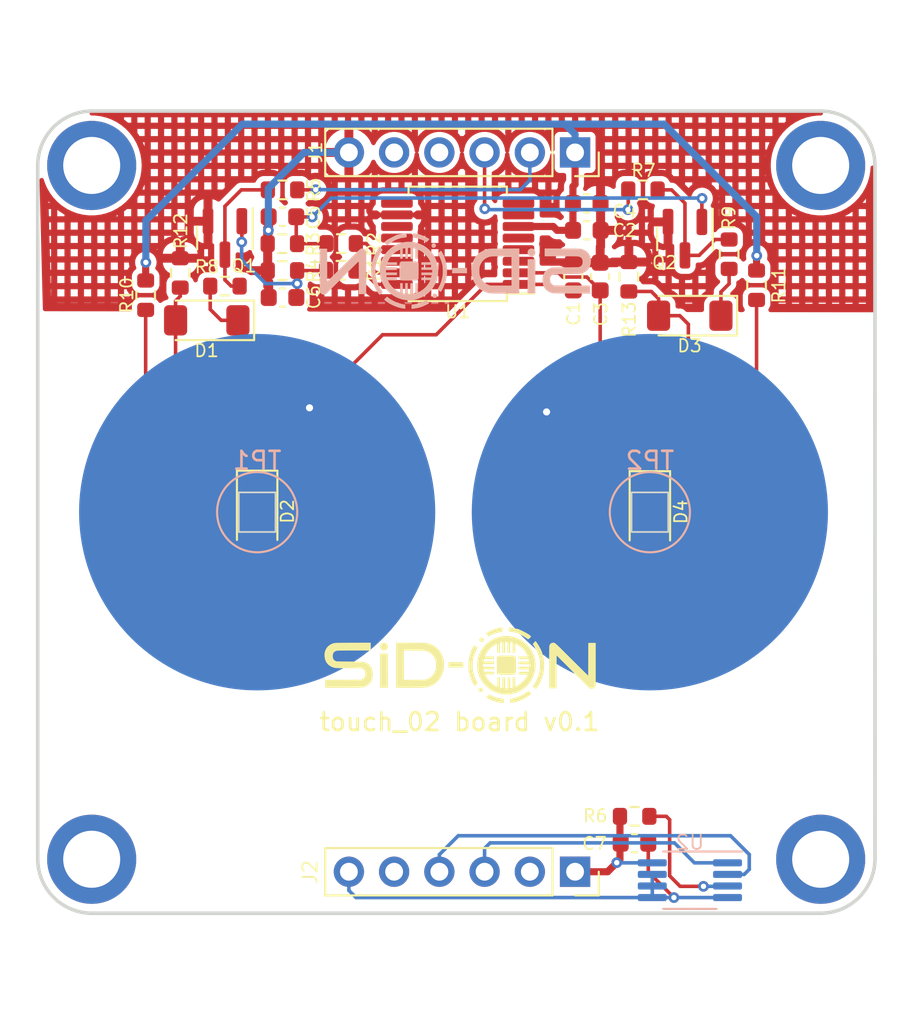
<source format=kicad_pcb>
(kicad_pcb (version 20221018) (generator pcbnew)
  (layers (0 "F.Cu" signal) (31 "B.Cu" signal) (34 "B.Paste" user) (35 "F.Paste" user) (36 "B.SilkS" user "B.Silkscreen") (37 "F.SilkS" user "F.Silkscreen") (38 "B.Mask" user) (39 "F.Mask" user) (44 "Edge.Cuts" user))
  (net 0 "")
  (net 1 "GND")
  (net 2 "Net-(Q2-B)")
  (net 3 "Net-(D3-K)")
  (net 4 "Net-(D3-A)")
  (net 5 "Net-(D4-A)")
  (net 6 "+3V3")
  (net 7 "1-WIRE")
  (net 8 "SDA")
  (net 9 "SCL")
  (net 10 "GPIO8")
  (net 11 "TOUCH_1")
  (net 12 "TOUCH_2")
  (net 13 "TOUCH_3")
  (net 14 "TOUCH_4")
  (net 15 "Net-(Q2-C)")
  (net 16 "Net-(U1-TP0)")
  (net 17 "Net-(U1-TP1)")
  (net 18 "Net-(Q1-B)")
  (net 19 "Net-(D1-K)")
  (net 20 "Net-(D1-A)")
  (net 21 "Net-(D2-A)")
  (net 22 "Net-(Q1-C)")
  (net 23 "Net-(U1-TPQ0)")
  (net 24 "Net-(U1-TPQ1)")
  (net 25 "Net-(U2-Alert)")
  (footprint "Resistor_SMD:R_0603_1608Metric" (layer "F.Cu") (at 154.985 51.2 180)
    (fp_text reference "R3" (at -1.735 -0.03 270) (layer "F.SilkS") (effects (font (size 0.7 0.7) (thickness 0.1))))
    (fp_text value "10k")
    (pad "1" smd roundrect (at -0.825 0 180) (size 0.8 0.95) (layers "F.Cu" "F.Paste" "F.Mask") (net 2 "Net-(Q2-B)"))
    (pad "2" smd roundrect (at 0.825 0 180) (size 0.8 0.95) (layers "F.Cu" "F.Paste" "F.Mask") (net 1 "GND"))
  )
  (footprint "Package_TO_SOT_SMD:SOT-23" (layer "F.Cu") (at 177.59 50.9175 -90)
    (fp_text reference "Q2" (at 1.3425 1.14 -180) (layer "F.SilkS") (effects (font (size 0.7 0.7) (thickness 0.1))))
    (fp_text value "BC817")
    (pad "1" smd roundrect (at -0.9375 -0.95 270) (size 1.475 0.6) (layers "F.Cu" "F.Paste" "F.Mask") (net 2 "Net-(Q2-B)"))
    (pad "2" smd roundrect (at -0.9375 0.95 270) (size 1.475 0.6) (layers "F.Cu" "F.Paste" "F.Mask") (net 1 "GND"))
    (pad "3" smd roundrect (at 0.9375 0 270) (size 1.475 0.6) (layers "F.Cu" "F.Paste" "F.Mask") (net 15 "Net-(Q2-C)"))
  )
  (footprint "Resistor_SMD:R_0603_1608Metric" (layer "F.Cu") (at 174.765 83.33)
    (fp_text reference "R6" (at -2.21 -0.03) (layer "F.SilkS") (effects (font (size 0.7 0.7) (thickness 0.1))))
    (fp_text value "10k")
    (pad "1" smd roundrect (at -0.825 0) (size 0.8 0.95) (layers "F.Cu" "F.Paste" "F.Mask") (net 6 "+3V3"))
    (pad "2" smd roundrect (at 0.825 0) (size 0.8 0.95) (layers "F.Cu" "F.Paste" "F.Mask") (net 25 "Net-(U2-Alert)"))
  )
  (footprint "Resistor_SMD:R_0603_1608Metric" (layer "F.Cu") (at 147.31 54.09 90)
    (fp_text reference "R10" (at 0 -1.06 90) (layer "F.SilkS") (effects (font (size 0.7 0.7) (thickness 0.1))))
    (fp_text value "1k")
    (pad "1" smd roundrect (at -0.825 0 90) (size 0.8 0.95) (layers "F.Cu" "F.Paste" "F.Mask") (net 21 "Net-(D2-A)"))
    (pad "2" smd roundrect (at 0.825 0 90) (size 0.8 0.95) (layers "F.Cu" "F.Paste" "F.Mask") (net 6 "+3V3"))
  )
  (footprint "Resistor_SMD:R_0603_1608Metric" (layer "F.Cu") (at 154.99 52.71 180)
    (fp_text reference "R4" (at -1.74 0 90) (layer "F.SilkS") (effects (font (size 0.7 0.7) (thickness 0.1))))
    (fp_text value "10k")
    (pad "1" smd roundrect (at -0.825 0 180) (size 0.8 0.95) (layers "F.Cu" "F.Paste" "F.Mask") (net 18 "Net-(Q1-B)"))
    (pad "2" smd roundrect (at 0.825 0 180) (size 0.8 0.95) (layers "F.Cu" "F.Paste" "F.Mask") (net 1 "GND"))
  )
  (footprint "LED_SMD:LED_1206_3216Metric" (layer "F.Cu") (at 153.57 66.22 -90)
    (fp_text reference "D2" (at 0 -1.7 90) (layer "F.SilkS") (effects (font (size 0.7 0.7) (thickness 0.1))))
    (fp_text value "LED")
    (pad "1" smd roundrect (at -1.4 0 270) (size 1.25 1.75) (layers "F.Cu" "F.Paste" "F.Mask") (roundrect_rratio 0.2) (net 20 "Net-(D1-A)"))
    (pad "2" smd roundrect (at 1.4 0 270) (size 1.25 1.75) (layers "F.Cu" "F.Paste" "F.Mask") (roundrect_rratio 0.2) (net 21 "Net-(D2-A)"))
  )
  (footprint "Capacitor_SMD:C_0603_1608Metric" (layer "F.Cu") (at 172.075 48.94)
    (fp_text reference "C4" (at 2.125 0.45) (layer "F.SilkS") (effects (font (size 0.7 0.7) (thickness 0.1))))
    (fp_text value "10uF")
    (pad "1" smd roundrect (at -0.775 0) (size 0.9 0.95) (layers "F.Cu" "F.Paste" "F.Mask") (net 6 "+3V3"))
    (pad "2" smd roundrect (at 0.775 0) (size 0.9 0.95) (layers "F.Cu" "F.Paste" "F.Mask") (net 1 "GND"))
  )
  (footprint "Resistor_SMD:R_0603_1608Metric" (layer "F.Cu") (at 158.285 51.19)
    (fp_text reference "R2" (at 1.845 0.04 -90) (layer "F.SilkS") (effects (font (size 0.7 0.7) (thickness 0.1))))
    (fp_text value "1k")
    (pad "1" smd roundrect (at -0.825 0) (size 0.8 0.95) (layers "F.Cu" "F.Paste" "F.Mask") (net 2 "Net-(Q2-B)"))
    (pad "2" smd roundrect (at 0.825 0) (size 0.8 0.95) (layers "F.Cu" "F.Paste" "F.Mask") (net 24 "Net-(U1-TPQ1)"))
  )
  (footprint "Resistor_SMD:R_0603_1608Metric" (layer "F.Cu") (at 154.995 48.18)
    (fp_text reference "R5" (at 1.755 0.01 90) (layer "F.SilkS") (effects (font (size 0.7 0.7) (thickness 0.1))))
    (fp_text value "1k")
    (pad "1" smd roundrect (at -0.825 0) (size 0.8 0.95) (layers "F.Cu" "F.Paste" "F.Mask") (net 22 "Net-(Q1-C)"))
    (pad "2" smd roundrect (at 0.825 0) (size 0.8 0.95) (layers "F.Cu" "F.Paste" "F.Mask") (net 11 "TOUCH_1"))
  )
  (footprint "Capacitor_SMD:C_0603_1608Metric" (layer "F.Cu") (at 174.755 84.84)
    (fp_text reference "C7" (at -2.245 0.02) (layer "F.SilkS") (effects (font (size 0.7 0.7) (thickness 0.1))))
    (fp_text value "100nF")
    (pad "1" smd roundrect (at -0.775 0) (size 0.9 0.95) (layers "F.Cu" "F.Paste" "F.Mask") (net 6 "+3V3"))
    (pad "2" smd roundrect (at 0.775 0) (size 0.9 0.95) (layers "F.Cu" "F.Paste" "F.Mask") (net 1 "GND"))
  )
  (footprint "MountingHole:MountingHole_3.2mm_M3_ISO7380_Pad" (layer "F.Cu") (at 144.28 85.74 180)
    (fp_text reference "H3" (at 0.01 -0.14) (layer "F.SilkS"))
    (fp_text value "MountingHole")
    (pad "1" thru_hole circle (at 0 0 180) (size 5 5) (drill 3.2) (layers "*.Cu" "*.Mask"))
  )
  (footprint "Connector_PinSocket_2.54mm:PinSocket_1x06_P2.54mm_Vertical" (layer "F.Cu") (at 171.42 86.44 -90)
    (fp_text reference "J2" (at 0.02 14.88 -90) (layer "F.SilkS") (effects (font (size 0.8 0.8) (thickness 0.1))))
    (fp_text value "Screw_Terminal_01x06")
    (pad "1" thru_hole rect (at 0 0 270) (size 1.7 1.7) (drill 1) (layers "*.Cu" "*.Mask") (net 6 "+3V3"))
    (pad "2" thru_hole oval (at 0 2.54 270) (size 1.7 1.7) (drill 1) (layers "*.Cu" "*.Mask") (net 7 "1-WIRE"))
    (pad "3" thru_hole oval (at 0 5.08 270) (size 1.7 1.7) (drill 1) (layers "*.Cu" "*.Mask") (net 8 "SDA"))
    (pad "4" thru_hole oval (at 0 7.62 270) (size 1.7 1.7) (drill 1) (layers "*.Cu" "*.Mask") (net 9 "SCL"))
    (pad "5" thru_hole oval (at 0 10.16 270) (size 1.7 1.7) (drill 1) (layers "*.Cu" "*.Mask") (net 10 "GPIO8"))
    (pad "6" thru_hole oval (at 0 12.7 270) (size 1.7 1.7) (drill 1) (layers "*.Cu" "*.Mask") (net 1 "GND"))
  )
  (footprint "Capacitor_SMD:C_0603_1608Metric" (layer "F.Cu") (at 172.83 53.045 90)
    (fp_text reference "C3" (at -2.105 0.03 90) (layer "F.SilkS") (effects (font (size 0.7 0.7) (thickness 0.1))))
    (fp_text value "30pF")
    (pad "1" smd roundrect (at -0.775 0 90) (size 0.9 0.95) (layers "F.Cu" "F.Paste" "F.Mask") (net 17 "Net-(U1-TP1)"))
    (pad "2" smd roundrect (at 0.775 0 90) (size 0.9 0.95) (layers "F.Cu" "F.Paste" "F.Mask") (net 1 "GND"))
  )
  (footprint "Resistor_SMD:R_0603_1608Metric" (layer "F.Cu") (at 175.23 48.18 180)
    (fp_text reference "R7" (at -0.03 1.09) (layer "F.SilkS") (effects (font (size 0.7 0.7) (thickness 0.1))))
    (fp_text value "1k")
    (pad "1" smd roundrect (at -0.825 0 180) (size 0.8 0.95) (layers "F.Cu" "F.Paste" "F.Mask") (net 15 "Net-(Q2-C)"))
    (pad "2" smd roundrect (at 0.825 0 180) (size 0.8 0.95) (layers "F.Cu" "F.Paste" "F.Mask") (net 12 "TOUCH_2"))
  )
  (footprint "Resistor_SMD:R_0603_1608Metric" (layer "F.Cu") (at 151.76 53.58)
    (fp_text reference "R8" (at -1.01 -1.08) (layer "F.SilkS") (effects (font (size 0.7 0.7) (thickness 0.1))))
    (fp_text value "1k")
    (pad "1" smd roundrect (at -0.825 0) (size 0.8 0.95) (layers "F.Cu" "F.Paste" "F.Mask") (net 19 "Net-(D1-K)"))
    (pad "2" smd roundrect (at 0.825 0) (size 0.8 0.95) (layers "F.Cu" "F.Paste" "F.Mask") (net 22 "Net-(Q1-C)"))
  )
  (footprint "Resistor_SMD:R_0603_1608Metric" (layer "F.Cu") (at 158.265 52.69 180)
    (fp_text reference "R1" (at -1.87 0.05 270) (layer "F.SilkS") (effects (font (size 0.7 0.7) (thickness 0.1))))
    (fp_text value "1k")
    (pad "1" smd roundrect (at -0.825 0 180) (size 0.8 0.95) (layers "F.Cu" "F.Paste" "F.Mask") (net 23 "Net-(U1-TPQ0)"))
    (pad "2" smd roundrect (at 0.825 0 180) (size 0.8 0.95) (layers "F.Cu" "F.Paste" "F.Mask") (net 18 "Net-(Q1-B)"))
  )
  (footprint "Connector_PinSocket_2.54mm:PinSocket_1x06_P2.54mm_Vertical" (layer "F.Cu") (at 171.42 46.08 -90)
    (fp_text reference "J1" (at -0.01 14.56 -90) (layer "F.SilkS") (effects (font (size 0.7 0.7) (thickness 0.1))))
    (fp_text value "Screw_Terminal_01x06")
    (pad "1" thru_hole rect (at 0 0 270) (size 1.7 1.7) (drill 1) (layers "*.Cu" "*.Mask") (net 6 "+3V3"))
    (pad "2" thru_hole oval (at 0 2.54 270) (size 1.7 1.7) (drill 1) (layers "*.Cu" "*.Mask") (net 11 "TOUCH_1"))
    (pad "3" thru_hole oval (at 0 5.08 270) (size 1.7 1.7) (drill 1) (layers "*.Cu" "*.Mask") (net 12 "TOUCH_2"))
    (pad "4" thru_hole oval (at 0 7.62 270) (size 1.7 1.7) (drill 1) (layers "*.Cu" "*.Mask") (net 13 "TOUCH_3"))
    (pad "5" thru_hole oval (at 0 10.16 270) (size 1.7 1.7) (drill 1) (layers "*.Cu" "*.Mask") (net 14 "TOUCH_4"))
    (pad "6" thru_hole oval (at 0 12.7 270) (size 1.7 1.7) (drill 1) (layers "*.Cu" "*.Mask") (net 1 "GND"))
  )
  (footprint "Capacitor_SMD:C_0603_1608Metric" (layer "F.Cu") (at 172.08 50.45)
    (fp_text reference "C2" (at 2.13 0.01) (layer "F.SilkS") (effects (font (size 0.7 0.7) (thickness 0.1))))
    (fp_text value "100nF")
    (pad "1" smd roundrect (at -0.775 0) (size 0.9 0.95) (layers "F.Cu" "F.Paste" "F.Mask") (net 6 "+3V3"))
    (pad "2" smd roundrect (at 0.775 0) (size 0.9 0.95) (layers "F.Cu" "F.Paste" "F.Mask") (net 1 "GND"))
  )
  (footprint "Resistor_SMD:R_0603_1608Metric" (layer "F.Cu") (at 181.61 53.53 90)
    (fp_text reference "R11" (at 0 1.25 90) (layer "F.SilkS") (effects (font (size 0.7 0.7) (thickness 0.1))))
    (fp_text value "1k")
    (pad "1" smd roundrect (at -0.825 0 90) (size 0.8 0.95) (layers "F.Cu" "F.Paste" "F.Mask") (net 5 "Net-(D4-A)"))
    (pad "2" smd roundrect (at 0.825 0 90) (size 0.8 0.95) (layers "F.Cu" "F.Paste" "F.Mask") (net 6 "+3V3"))
  )
  (footprint "Package_TO_SOT_SMD:SOT-23" (layer "F.Cu") (at 151.76 50.8775 -90)
    (fp_text reference "Q1" (at 1.5725 -1.07 -180) (layer "F.SilkS") (effects (font (size 0.7 0.7) (thickness 0.1))))
    (fp_text value "BC817")
    (pad "1" smd roundrect (at -0.9375 -0.95 270) (size 1.475 0.6) (layers "F.Cu" "F.Paste" "F.Mask") (net 18 "Net-(Q1-B)"))
    (pad "2" smd roundrect (at -0.9375 0.95 270) (size 1.475 0.6) (layers "F.Cu" "F.Paste" "F.Mask") (net 1 "GND"))
    (pad "3" smd roundrect (at 0.9375 0 270) (size 1.475 0.6) (layers "F.Cu" "F.Paste" "F.Mask") (net 22 "Net-(Q1-C)"))
  )
  (footprint "MountingHole:MountingHole_3.2mm_M3_ISO7380_Pad" (layer "F.Cu") (at 185.21 46.81 180)
    (fp_text reference "H2" (at 0.05 -0.59) (layer "F.SilkS"))
    (fp_text value "MountingHole")
    (pad "1" thru_hole circle (at 0 0 180) (size 5 5) (drill 3.2) (layers "*.Cu" "*.Mask"))
  )
  (footprint "LED_SMD:LED_1206_3216Metric" (layer "F.Cu") (at 175.62 66.25 -90)
    (fp_text reference "D4" (at 0 -1.74 90) (layer "F.SilkS") (effects (font (size 0.7 0.7) (thickness 0.1))))
    (fp_text value "LED")
    (pad "1" smd roundrect (at -1.4 0 270) (size 1.25 1.75) (layers "F.Cu" "F.Paste" "F.Mask") (roundrect_rratio 0.2) (net 4 "Net-(D3-A)"))
    (pad "2" smd roundrect (at 1.4 0 270) (size 1.25 1.75) (layers "F.Cu" "F.Paste" "F.Mask") (roundrect_rratio 0.2) (net 5 "Net-(D4-A)"))
  )
  (footprint "Capacitor_SMD:C_0603_1608Metric" (layer "F.Cu") (at 154.99 49.69 180)
    (fp_text reference "C5" (at -1.74 -0.04 90) (layer "F.SilkS") (effects (font (size 0.7 0.7) (thickness 0.1))))
    (fp_text value "100nF")
    (pad "1" smd roundrect (at -0.775 0 180) (size 0.9 0.95) (layers "F.Cu" "F.Paste" "F.Mask") (net 2 "Net-(Q2-B)"))
    (pad "2" smd roundrect (at 0.775 0 180) (size 0.9 0.95) (layers "F.Cu" "F.Paste" "F.Mask") (net 1 "GND"))
  )
  (footprint "Resistor_SMD:R_0603_1608Metric" (layer "F.Cu") (at 174.44 53.055 -90)
    (fp_text reference "R13" (at 2.405 -0.02 90) (layer "F.SilkS") (effects (font (size 0.7 0.7) (thickness 0.1))))
    (fp_text value "47k")
    (pad "1" smd roundrect (at -0.825 0 270) (size 0.8 0.95) (layers "F.Cu" "F.Paste" "F.Mask") (net 1 "GND"))
    (pad "2" smd roundrect (at 0.825 0 270) (size 0.8 0.95) (layers "F.Cu" "F.Paste" "F.Mask") (net 4 "Net-(D3-A)"))
  )
  (footprint "Resistor_SMD:R_0603_1608Metric" (layer "F.Cu") (at 180.07 51.79 90)
    (fp_text reference "R9" (at 2.04 -0.01 90) (layer "F.SilkS") (effects (font (size 0.7 0.7) (thickness 0.1))))
    (fp_text value "1k")
    (pad "1" smd roundrect (at -0.825 0 90) (size 0.8 0.95) (layers "F.Cu" "F.Paste" "F.Mask") (net 3 "Net-(D3-K)"))
    (pad "2" smd roundrect (at 0.825 0 90) (size 0.8 0.95) (layers "F.Cu" "F.Paste" "F.Mask") (net 15 "Net-(Q2-C)"))
  )
  (footprint "Capacitor_SMD:C_0603_1608Metric" (layer "F.Cu") (at 171.32 53.045 90)
    (fp_text reference "C1" (at -2.085 0.02 90) (layer "F.SilkS") (effects (font (size 0.7 0.7) (thickness 0.1))))
    (fp_text value "30pF")
    (pad "1" smd roundrect (at -0.775 0 90) (size 0.9 0.95) (layers "F.Cu" "F.Paste" "F.Mask") (net 16 "Net-(U1-TP0)"))
    (pad "2" smd roundrect (at 0.775 0 90) (size 0.9 0.95) (layers "F.Cu" "F.Paste" "F.Mask") (net 1 "GND"))
  )
  (footprint "sid-on:sid-on1" (layer "F.Cu") (at 165.27 75)
    (fp_text reference "G***" hide)
    (fp_text value "LOGO" hide)
  )
  (footprint "MountingHole:MountingHole_3.2mm_M3_ISO7380_Pad" (layer "F.Cu") (at 144.28 46.81 180)
    (fp_text reference "H4" (at 0 -0.03) (layer "F.SilkS") (effects (font (size 0.5 0.5) (thickness 0.125))))
    (fp_text value "MountingHole")
    (pad "1" thru_hole circle (at 0 0 180) (size 5 5) (drill 3.2) (layers "*.Cu" "*.Mask"))
  )
  (footprint "Diode_SMD:D_MiniMELF" (layer "F.Cu") (at 177.86 55.24 180)
    (fp_text reference "D3" (at 0.01 -1.69) (layer "F.SilkS") (effects (font (size 0.7 0.7) (thickness 0.1))))
    (fp_text value "1N4148")
    (pad "1" smd roundrect (at -1.75 0 180) (size 1.3 1.7) (layers "F.Cu" "F.Paste" "F.Mask") (roundrect_rratio 0.1923076923) (net 3 "Net-(D3-K)"))
    (pad "2" smd roundrect (at 1.75 0 180) (size 1.3 1.7) (layers "F.Cu" "F.Paste" "F.Mask") (roundrect_rratio 0.1923076923) (net 4 "Net-(D3-A)"))
  )
  (footprint "Capacitor_SMD:C_0603_1608Metric" (layer "F.Cu") (at 154.995 54.22 180)
    (fp_text reference "C6" (at -1.755 0.02 90) (layer "F.SilkS") (effects (font (size 0.7 0.7) (thickness 0.1))))
    (fp_text value "100nF")
    (pad "1" smd roundrect (at -0.775 0 180) (size 0.9 0.95) (layers "F.Cu" "F.Paste" "F.Mask") (net 18 "Net-(Q1-B)"))
    (pad "2" smd roundrect (at 0.775 0 180) (size 0.9 0.95) (layers "F.Cu" "F.Paste" "F.Mask") (net 1 "GND"))
  )
  (footprint "Resistor_SMD:R_0603_1608Metric" (layer "F.Cu") (at 149.25 52.84 -90)
    (fp_text reference "R12" (at -2.35 -0.03 90) (layer "F.SilkS") (effects (font (size 0.7 0.7) (thickness 0.1))))
    (fp_text value "47k")
    (pad "1" smd roundrect (at -0.825 0 270) (size 0.8 0.95) (layers "F.Cu" "F.Paste" "F.Mask") (net 1 "GND"))
    (pad "2" smd roundrect (at 0.825 0 270) (size 0.8 0.95) (layers "F.Cu" "F.Paste" "F.Mask") (net 20 "Net-(D1-A)"))
  )
  (footprint "Diode_SMD:D_MiniMELF" (layer "F.Cu") (at 150.74 55.5 180)
    (fp_text reference "D1" (at 0.01 -1.7) (layer "F.SilkS") (effects (font (size 0.7 0.7) (thickness 0.1))))
    (fp_text value "1N4148")
    (pad "1" smd roundrect (at -1.75 0 180) (size 1.3 1.7) (layers "F.Cu" "F.Paste" "F.Mask") (roundrect_rratio 0.1923076923) (net 19 "Net-(D1-K)"))
    (pad "2" smd roundrect (at 1.75 0 180) (size 1.3 1.7) (layers "F.Cu" "F.Paste" "F.Mask") (roundrect_rratio 0.1923076923) (net 20 "Net-(D1-A)"))
  )
  (footprint "MountingHole:MountingHole_3.2mm_M3_ISO7380_Pad" (layer "F.Cu") (at 185.21 85.74 180)
    (fp_text reference "H1" (at -0.04 -0.31) (layer "F.SilkS"))
    (fp_text value "MountingHole")
    (pad "1" thru_hole circle (at 0 0 180) (size 5 5) (drill 3.2) (layers "*.Cu" "*.Mask"))
  )
  (footprint "Package_SO:SSOP-16_5.3x6.2mm_P0.65mm" (layer "F.Cu") (at 164.83 51.21 180)
    (fp_text reference "U1" (at 0 -3.81) (layer "F.SilkS") (effects (font (size 0.7 0.7) (thickness 0.1))))
    (fp_text value "~")
    (pad "1" smd roundrect (at -3.4125 -2.275 180) (size 1.775 0.5) (layers "F.Cu" "F.Paste" "F.Mask") (net 16 "Net-(U1-TP0)"))
    (pad "2" smd roundrect (at -3.4125 -1.625 180) (size 1.775 0.5) (layers "F.Cu" "F.Paste" "F.Mask") (net 17 "Net-(U1-TP1)"))
    (pad "3" smd roundrect (at -3.4125 -0.975 180) (size 1.775 0.5) (layers "F.Cu" "F.Paste" "F.Mask"))
    (pad "4" smd roundrect (at -3.4125 -0.325 180) (size 1.775 0.5) (layers "F.Cu" "F.Paste" "F.Mask"))
    (pad "5" smd roundrect (at -3.4125 0.325 180) (size 1.775 0.5) (layers "F.Cu" "F.Paste" "F.Mask"))
    (pad "6" smd roundrect (at -3.4125 0.975 180) (size 1.775 0.5) (layers "F.Cu" "F.Paste" "F.Mask") (net 6 "+3V3"))
    (pad "7" smd roundrect (at -3.4125 1.625 180) (size 1.775 0.5) (layers "F.Cu" "F.Paste" "F.Mask"))
    (pad "8" smd roundrect (at -3.4125 2.275 180) (size 1.775 0.5) (layers "F.Cu" "F.Paste" "F.Mask"))
    (pad "9" smd roundrect (at 3.4125 2.275 180) (size 1.775 0.5) (layers "F.Cu" "F.Paste" "F.Mask"))
    (pad "10" smd roundrect (at 3.4125 1.625 180) (size 1.775 0.5) (layers "F.Cu" "F.Paste" "F.Mask") (net 1 "GND"))
    (pad "11" smd roundrect (at 3.4125 0.975 180) (size 1.775 0.5) (layers "F.Cu" "F.Paste" "F.Mask"))
    (pad "12" smd roundrect (at 3.4125 0.325 180) (size 1.775 0.5) (layers "F.Cu" "F.Paste" "F.Mask"))
    (pad "13" smd roundrect (at 3.4125 -0.325 180) (size 1.775 0.5) (layers "F.Cu" "F.Paste" "F.Mask"))
    (pad "14" smd roundrect (at 3.4125 -0.975 180) (size 1.775 0.5) (layers "F.Cu" "F.Paste" "F.Mask"))
    (pad "15" smd roundrect (at 3.4125 -1.625 180) (size 1.775 0.5) (layers "F.Cu" "F.Paste" "F.Mask") (net 24 "Net-(U1-TPQ1)"))
    (pad "16" smd roundrect (at 3.4125 -2.275 180) (size 1.775 0.5) (layers "F.Cu" "F.Paste" "F.Mask") (net 23 "Net-(U1-TPQ0)"))
  )
  (footprint "TestPoint:TestPoint_Pad_D4.0mm" (layer "B.Cu") (at 175.62 66.265012 180)
    (fp_text reference "TP2" (at 0 2.898) (layer "B.SilkS") (effects (justify mirror)))
    (fp_text value "Touch_2")
    (pad "1" smd circle (at 0 0 180) (size 20 20) (layers "B.Cu" "B.Mask") (net 17 "Net-(U1-TP1)"))
  )
  (footprint "Package_SO:MSOP-8_3x3mm_P0.65mm" (layer "B.Cu") (at 177.8675 86.915 180)
    (fp_text reference "U2" (at 0 2.125) (layer "B.SilkS") (effects (font (size 0.8 0.8) (thickness 0.1)) (justify mirror)))
    (fp_text value "LM75_MSOP")
    (pad "1" smd roundrect (at -2.1125 0.975 180) (size 1.625 0.4) (layers "B.Cu" "B.Paste" "B.Mask") (net 8 "SDA"))
    (pad "2" smd roundrect (at -2.1125 0.325 180) (size 1.625 0.4) (layers "B.Cu" "B.Paste" "B.Mask") (net 9 "SCL"))
    (pad "3" smd roundrect (at -2.1125 -0.325 180) (size 1.625 0.4) (layers "B.Cu" "B.Paste" "B.Mask") (net 25 "Net-(U2-Alert)"))
    (pad "4" smd roundrect (at -2.1125 -0.975 180) (size 1.625 0.4) (layers "B.Cu" "B.Paste" "B.Mask") (net 1 "GND"))
    (pad "5" smd roundrect (at 2.1125 -0.975 180) (size 1.625 0.4) (layers "B.Cu" "B.Paste" "B.Mask") (net 1 "GND"))
    (pad "6" smd roundrect (at 2.1125 -0.325 180) (size 1.625 0.4) (layers "B.Cu" "B.Paste" "B.Mask") (net 1 "GND"))
    (pad "7" smd roundrect (at 2.1125 0.325 180) (size 1.625 0.4) (layers "B.Cu" "B.Paste" "B.Mask") (net 1 "GND"))
    (pad "8" smd roundrect (at 2.1125 0.975 180) (size 1.625 0.4) (layers "B.Cu" "B.Paste" "B.Mask") (net 6 "+3V3"))
  )
  (footprint "TestPoint:TestPoint_Pad_D4.0mm" (layer "B.Cu") (at 153.57 66.265012 180)
    (fp_text reference "TP1" (at 0 2.898) (layer "B.SilkS") (effects (justify mirror)))
    (fp_text value "Touch_1")
    (pad "1" smd circle (at 0 0 180) (size 20 20) (layers "B.Cu" "B.Mask") (net 16 "Net-(U1-TP0)"))
  )
  (footprint "sid-on:sid-on1" (layer "B.Cu") (at 164.39 52.88 180)
    (fp_text reference "G***" hide)
    (fp_text value "LOGO" hide)
  )
  (gr_line (start 188.26 85.713324) (end 188.256676 46.816676) (stroke (width 0.2)) (layer "Edge.Cuts"))
  (gr_line (start 185.203324 88.77) (end 144.3 88.77) (stroke (width 0.2)) (layer "Edge.Cuts"))
  (gr_rect (start 174.59 65.155012) (end 176.65 67.375012) (stroke (width 0.1)) (fill none) (layer "Edge.Cuts"))
  (gr_arc (start 144.3 88.77) (mid 142.146863 87.880209) (end 141.250016 85.730001) (stroke (width 0.2)) (layer "Edge.Cuts"))
  (gr_rect (start 152.54 65.155012) (end 154.6 67.375012) (stroke (width 0.1)) (fill none) (layer "Edge.Cuts"))
  (gr_arc (start 141.250066 46.83) (mid 142.136265 44.660407) (end 144.3 43.76) (stroke (width 0.2)) (layer "Edge.Cuts"))
  (gr_arc (start 185.2 43.760024) (mid 187.361388 44.655295) (end 188.256676 46.816676) (stroke (width 0.2)) (layer "Edge.Cuts"))
  (gr_line (start 185.2 43.760024) (end 144.3 43.76) (stroke (width 0.2)) (layer "Edge.Cuts"))
  (gr_line (start 141.250016 85.730001) (end 141.25 46.83) (stroke (width 0.2)) (layer "Edge.Cuts"))
  (gr_arc (start 188.26 85.713324) (mid 187.364713 87.874713) (end 185.203324 88.77) (stroke (width 0.2)) (layer "Edge.Cuts"))
  (gr_text "touch_02 board v0.1" (at 164.93 78.03) (layer "F.SilkS") (effects (font (size 1 1))))
  (segment (start 175.53 84.84) (end 175.53 86.45) (width 0.2) (layer "F.Cu") (net 1))
  (segment (start 175.53 86.45) (end 176.97 87.89) (width 0.2) (layer "F.Cu") (net 1))
  (via (at 154.2 50.45) (size 0.6) (drill 0.3) (layers "F.Cu" "B.Cu") (net 1))
  (via (at 176.97 87.89) (size 0.6) (drill 0.3) (layers "F.Cu" "B.Cu") (net 1))
  (segment (start 176.97 87.89) (end 175.755 87.89) (width 0.2) (layer "B.Cu") (net 1))
  (segment (start 154.2 50.45) (end 154.2 48.09) (width 0.4) (layer "B.Cu") (net 1))
  (segment (start 156.21 46.08) (end 158.72 46.08) (width 0.4) (layer "B.Cu") (net 1))
  (segment (start 175.755 86.59) (end 175.755 87.89) (width 0.2) (layer "B.Cu") (net 1))
  (segment (start 179.98 87.89) (end 176.97 87.89) (width 0.2) (layer "B.Cu") (net 1))
  (segment (start 154.2 48.09) (end 156.21 46.08) (width 0.4) (layer "B.Cu") (net 1))
  (segment (start 158.72 87.49) (end 158.72 86.44) (width 0.2) (layer "B.Cu") (net 1))
  (segment (start 159.12 87.89) (end 158.72 87.49) (width 0.2) (layer "B.Cu") (net 1))
  (segment (start 175.755 87.89) (end 159.12 87.89) (width 0.2) (layer "B.Cu") (net 1))
  (segment (start 155.81 51.2) (end 157.16 51.2) (width 0.2) (layer "F.Cu") (net 2))
  (segment (start 155.765 49.69) (end 155.765 51.155) (width 0.2) (layer "F.Cu") (net 2))
  (segment (start 155.775 49.7) (end 155.765 49.69) (width 0.2) (layer "F.Cu") (net 2))
  (segment (start 178.54 49.98) (end 178.54 48.67) (width 0.2) (layer "F.Cu") (net 2))
  (segment (start 156.66 49.7) (end 155.775 49.7) (width 0.2) (layer "F.Cu") (net 2))
  (segment (start 157.16 51.2) (end 157.17 51.19) (width 0.2) (layer "F.Cu") (net 2))
  (segment (start 155.765 51.155) (end 155.81 51.2) (width 0.2) (layer "F.Cu") (net 2))
  (segment (start 178.54 48.67) (end 178.55 48.66) (width 0.2) (layer "F.Cu") (net 2))
  (via (at 178.55 48.66) (size 0.6) (drill 0.3) (layers "F.Cu" "B.Cu") (net 2))
  (via (at 156.66 49.7) (size 0.6) (drill 0.3) (layers "F.Cu" "B.Cu") (net 2))
  (segment (start 157.72 48.64) (end 156.66 49.7) (width 0.2) (layer "B.Cu") (net 2))
  (segment (start 178.53 48.64) (end 157.72 48.64) (width 0.2) (layer "B.Cu") (net 2))
  (segment (start 178.55 48.66) (end 178.53 48.64) (width 0.2) (layer "B.Cu") (net 2))
  (segment (start 180.07 53.45) (end 179.61 53.91) (width 0.2) (layer "F.Cu") (net 3))
  (segment (start 180.07 52.615) (end 180.07 53.45) (width 0.2) (layer "F.Cu") (net 3))
  (segment (start 179.61 53.91) (end 179.61 55.24) (width 0.2) (layer "F.Cu") (net 3))
  (segment (start 177.12 64.85) (end 177.78 64.19) (width 0.2) (layer "F.Cu") (net 4))
  (segment (start 177.3 55.24) (end 176.11 55.24) (width 0.2) (layer "F.Cu") (net 4))
  (segment (start 174.44 53.88) (end 175.7 53.88) (width 0.2) (layer "F.Cu") (net 4))
  (segment (start 175.62 64.85) (end 177.12 64.85) (width 0.2) (layer "F.Cu") (net 4))
  (segment (start 175.7 53.88) (end 176.11 54.29) (width 0.2) (layer "F.Cu") (net 4))
  (segment (start 177.78 55.72) (end 177.3 55.24) (width 0.2) (layer "F.Cu") (net 4))
  (segment (start 177.78 64.19) (end 177.78 55.72) (width 0.2) (layer "F.Cu") (net 4))
  (segment (start 176.11 54.29) (end 176.11 55.24) (width 0.2) (layer "F.Cu") (net 4))
  (segment (start 175.62 67.65) (end 178.68 67.65) (width 0.2) (layer "F.Cu") (net 5))
  (segment (start 178.68 67.65) (end 181.61 64.72) (width 0.2) (layer "F.Cu") (net 5))
  (segment (start 181.61 64.72) (end 181.61 54.355) (width 0.2) (layer "F.Cu") (net 5))
  (segment (start 173.25 86.44) (end 173.76 85.93) (width 0.4) (layer "F.Cu") (net 6))
  (segment (start 170.195 50.235) (end 170.41 50.45) (width 0.4) (layer "F.Cu") (net 6))
  (segment (start 147.31 52.26) (end 147.32 52.25) (width 0.4) (layer "F.Cu") (net 6))
  (segment (start 168.2425 50.235) (end 170.195 50.235) (width 0.4) (layer "F.Cu") (net 6))
  (segment (start 173.76 85.93) (end 173.94 85.75) (width 0.4) (layer "F.Cu") (net 6))
  (segment (start 171.42 47.87) (end 171.3 47.99) (width 0.4) (layer "F.Cu") (net 6))
  (segment (start 171.3 48.94) (end 171.3 50.445) (width 0.4) (layer "F.Cu") (net 6))
  (segment (start 171.42 46.08) (end 171.42 47.87) (width 0.4) (layer "F.Cu") (net 6))
  (segment (start 170.41 50.45) (end 171.305 50.45) (width 0.4) (layer "F.Cu") (net 6))
  (segment (start 171.42 86.44) (end 173.25 86.44) (width 0.4) (layer "F.Cu") (net 6))
  (segment (start 181.61 52.705) (end 181.61 51.88) (width 0.4) (layer "F.Cu") (net 6))
  (segment (start 181.61 51.88) (end 181.62 51.87) (width 0.4) (layer "F.Cu") (net 6))
  (segment (start 173.94 85.75) (end 173.94 83.33) (width 0.4) (layer "F.Cu") (net 6))
  (segment (start 171.3 47.99) (end 171.3 48.94) (width 0.4) (layer "F.Cu") (net 6))
  (segment (start 171.3 50.445) (end 171.305 50.45) (width 0.4) (layer "F.Cu") (net 6))
  (segment (start 147.31 53.265) (end 147.31 52.26) (width 0.4) (layer "F.Cu") (net 6))
  (via (at 181.62 51.87) (size 0.6) (drill 0.3) (layers "F.Cu" "B.Cu") (net 6))
  (via (at 173.76 85.93) (size 0.6) (drill 0.3) (layers "F.Cu" "B.Cu") (net 6))
  (via (at 147.32 52.25) (size 0.6) (drill 0.3) (layers "F.Cu" "B.Cu") (net 6))
  (segment (start 170.72 44.49) (end 170.85 44.49) (width 0.4) (layer "B.Cu") (net 6))
  (segment (start 181.62 49.69) (end 176.42 44.49) (width 0.4) (layer "B.Cu") (net 6))
  (segment (start 181.62 51.87) (end 181.62 49.69) (width 0.4) (layer "B.Cu") (net 6))
  (segment (start 173.77 85.94) (end 173.76 85.93) (width 0.2) (layer "B.Cu") (net 6))
  (segment (start 170.85 44.49) (end 171.42 45.06) (width 0.4) (layer "B.Cu") (net 6))
  (segment (start 171.42 45.06) (end 171.42 46.08) (width 0.4) (layer "B.Cu") (net 6))
  (segment (start 175.755 85.94) (end 173.77 85.94) (width 0.2) (layer "B.Cu") (net 6))
  (segment (start 176.42 44.49) (end 170.72 44.49) (width 0.4) (layer "B.Cu") (net 6))
  (segment (start 147.32 52.25) (end 147.32 49.91) (width 0.4) (layer "B.Cu") (net 6))
  (segment (start 152.74 44.49) (end 170.72 44.49) (width 0.4) (layer "B.Cu") (net 6))
  (segment (start 147.32 49.91) (end 152.74 44.49) (width 0.4) (layer "B.Cu") (net 6))
  (segment (start 177 84.82) (end 178.12 85.94) (width 0.2) (layer "B.Cu") (net 8))
  (segment (start 166.34 85.13) (end 166.65 84.82) (width 0.2) (layer "B.Cu") (net 8))
  (segment (start 166.34 86.44) (end 166.34 85.13) (width 0.2) (layer "B.Cu") (net 8))
  (segment (start 166.65 84.82) (end 177 84.82) (width 0.2) (layer "B.Cu") (net 8))
  (segment (start 178.12 85.94) (end 179.98 85.94) (width 0.2) (layer "B.Cu") (net 8))
  (segment (start 163.8 85.48) (end 164.86 84.42) (width 0.2) (layer "B.Cu") (net 9))
  (segment (start 181.2 85.47) (end 181.2 86.31) (width 0.2) (layer "B.Cu") (net 9))
  (segment (start 180.15 84.42) (end 181.2 85.47) (width 0.2) (layer "B.Cu") (net 9))
  (segment (start 181.2 86.31) (end 180.92 86.59) (width 0.2) (layer "B.Cu") (net 9))
  (segment (start 164.86 84.42) (end 180.15 84.42) (width 0.2) (layer "B.Cu") (net 9))
  (segment (start 180.92 86.59) (end 179.98 86.59) (width 0.2) (layer "B.Cu") (net 9))
  (segment (start 163.8 86.44) (end 163.8 85.48) (width 0.2) (layer "B.Cu") (net 9))
  (segment (start 155.82 48.18) (end 156.85 48.18) (width 0.2) (layer "F.Cu") (net 11))
  (segment (start 156.85 48.18) (end 156.86 48.17) (width 0.2) (layer "F.Cu") (net 11))
  (via (at 156.86 48.17) (size 0.6) (drill 0.3) (layers "F.Cu" "B.Cu") (net 11))
  (segment (start 168.88 47.64) (end 168.88 46.08) (width 0.2) (layer "B.Cu") (net 11))
  (segment (start 168.35 48.17) (end 168.88 47.64) (width 0.2) (layer "B.Cu") (net 11))
  (segment (start 156.86 48.17) (end 168.35 48.17) (width 0.2) (layer "B.Cu") (net 11))
  (segment (start 166.35 49.24) (end 166.34 49.23) (width 0.2) (layer "F.Cu") (net 12))
  (segment (start 174.405 49.275) (end 174.39 49.29) (width 0.2) (layer "F.Cu") (net 12))
  (segment (start 174.405 48.18) (end 174.405 49.275) (width 0.2) (layer "F.Cu") (net 12))
  (segment (start 166.34 49.23) (end 166.34 46.08) (width 0.2) (layer "F.Cu") (net 12))
  (via (at 166.35 49.24) (size 0.6) (drill 0.3) (layers "F.Cu" "B.Cu") (net 12))
  (via (at 174.39 49.29) (size 0.6) (drill 0.3) (layers "F.Cu" "B.Cu") (net 12))
  (segment (start 166.4 49.29) (end 166.35 49.24) (width 0.2) (layer "B.Cu") (net 12))
  (segment (start 174.39 49.29) (end 166.4 49.29) (width 0.2) (layer "B.Cu") (net 12))
  (segment (start 176.84 48.18) (end 176.055 48.18) (width 0.2) (layer "F.Cu") (net 15))
  (segment (start 177.59 51.855) (end 177.59 48.93) (width 0.2) (layer "F.Cu") (net 15))
  (segment (start 180.07 50.965) (end 179.275 50.965) (width 0.2) (layer "F.Cu") (net 15))
  (segment (start 178.385 51.855) (end 177.59 51.855) (width 0.2) (layer "F.Cu") (net 15))
  (segment (start 179.275 50.965) (end 178.385 51.855) (width 0.2) (layer "F.Cu") (net 15))
  (segment (start 177.59 48.93) (end 176.84 48.18) (width 0.2) (layer "F.Cu") (net 15))
  (segment (start 169.895 53.485) (end 170.18 53.77) (width 0.2) (layer "F.Cu") (net 16))
  (segment (start 171.255 53.755) (end 171.32 53.82) (width 0.2) (layer "F.Cu") (net 16))
  (segment (start 160.61 56.31) (end 156.51 60.41) (width 0.2) (layer "F.Cu") (net 16))
  (segment (start 170.18 53.77) (end 171.27 53.77) (width 0.2) (layer "F.Cu") (net 16))
  (segment (start 171.27 53.77) (end 171.32 53.82) (width 0.2) (layer "F.Cu") (net 16))
  (segment (start 166.445 53.485) (end 163.62 56.31) (width 0.2) (layer "F.Cu") (net 16))
  (segment (start 168.2425 53.485) (end 169.895 53.485) (width 0.2) (layer "F.Cu") (net 16))
  (segment (start 168.2425 53.485) (end 166.445 53.485) (width 0.2) (layer "F.Cu") (net 16))
  (segment (start 163.62 56.31) (end 160.61 56.31) (width 0.2) (layer "F.Cu") (net 16))
  (via (at 156.51 60.41) (size 0.8) (drill 0.4) (layers "F.Cu" "B.Cu") (net 16))
  (segment (start 168.2425 52.835) (end 170.495 52.835) (width 0.2) (layer "F.Cu") (net 17))
  (segment (start 169.83 60.64) (end 172.84 57.63) (width 0.2) (layer "F.Cu") (net 17))
  (segment (start 170.495 52.835) (end 170.73 53.07) (width 0.2) (layer "F.Cu") (net 17))
  (segment (start 172.84 57.63) (end 172.83 57.62) (width 0.2) (layer "F.Cu") (net 17))
  (segment (start 168.2425 52.835) (end 168.2775 52.8) (width 0.2) (layer "F.Cu") (net 17))
  (segment (start 169.82 60.64) (end 169.83 60.64) (width 0.2) (layer "F.Cu") (net 17))
  (segment (start 172.08 53.07) (end 172.83 53.82) (width 0.2) (layer "F.Cu") (net 17))
  (segment (start 172.83 57.62) (end 172.83 53.82) (width 0.2) (layer "F.Cu") (net 17))
  (segment (start 170.73 53.07) (end 172.08 53.07) (width 0.2) (layer "F.Cu") (net 17))
  (via (at 169.82 60.64) (size 0.8) (drill 0.4) (layers "F.Cu" "B.Cu") (net 17))
  (segment (start 155.815 54.175) (end 155.77 54.22) (width 0.2) (layer "F.Cu") (net 18))
  (segment (start 157.155 52.71) (end 157.165 52.7) (width 0.2) (layer "F.Cu") (net 18))
  (segment (start 155.815 53.44) (end 155.815 54.175) (width 0.2) (layer "F.Cu") (net 18))
  (segment (start 155.815 52.71) (end 155.815 53.44) (width 0.2) (layer "F.Cu") (net 18))
  (segment (start 152.71 49.94) (end 152.71 51.1) (width 0.2) (layer "F.Cu") (net 18))
  (segment (start 155.815 52.71) (end 157.155 52.71) (width 0.2) (layer "F.Cu") (net 18))
  (segment (start 152.71 51.1) (end 152.7 51.11) (width 0.2) (layer "F.Cu") (net 18))
  (via (at 152.7 51.11) (size 0.6) (drill 0.3) (layers "F.Cu" "B.Cu") (net 18))
  (via (at 155.815 53.44) (size 0.6) (drill 0.3) (layers "F.Cu" "B.Cu") (net 18))
  (segment (start 154.05 53.44) (end 155.815 53.44) (width 0.2) (layer "B.Cu") (net 18))
  (segment (start 152.7 52.09) (end 154.05 53.44) (width 0.2) (layer "B.Cu") (net 18))
  (segment (start 152.7 51.11) (end 152.7 52.09) (width 0.2) (layer "B.Cu") (net 18))
  (segment (start 150.935 54.885) (end 151.55 55.5) (width 0.2) (layer "F.Cu") (net 19))
  (segment (start 151.55 55.5) (end 152.49 55.5) (width 0.2) (layer "F.Cu") (net 19))
  (segment (start 150.935 53.58) (end 150.935 54.885) (width 0.2) (layer "F.Cu") (net 19))
  (segment (start 148.99 54.41) (end 148.99 55.5) (width 0.2) (layer "F.Cu") (net 20))
  (segment (start 151.52 64.82) (end 148.99 62.29) (width 0.2) (layer "F.Cu") (net 20))
  (segment (start 153.57 64.82) (end 151.52 64.82) (width 0.2) (layer "F.Cu") (net 20))
  (segment (start 149.25 53.665) (end 149.25 54.15) (width 0.2) (layer "F.Cu") (net 20))
  (segment (start 148.99 62.29) (end 148.99 55.5) (width 0.2) (layer "F.Cu") (net 20))
  (segment (start 149.25 54.15) (end 148.99 54.41) (width 0.2) (layer "F.Cu") (net 20))
  (segment (start 150.07 67.62) (end 153.57 67.62) (width 0.2) (layer "F.Cu") (net 21))
  (segment (start 147.31 54.915) (end 147.31 64.86) (width 0.2) (layer "F.Cu") (net 21))
  (segment (start 147.31 64.86) (end 150.07 67.62) (width 0.2) (layer "F.Cu") (net 21))
  (segment (start 152.68 48.18) (end 154.17 48.18) (width 0.2) (layer "F.Cu") (net 22))
  (segment (start 151.76 49.1) (end 152.68 48.18) (width 0.2) (layer "F.Cu") (net 22))
  (segment (start 151.76 53.23) (end 151.76 51.815) (width 0.2) (layer "F.Cu") (net 22))
  (segment (start 151.76 51.815) (end 151.76 49.1) (width 0.2) (layer "F.Cu") (net 22))
  (segment (start 152.11 53.58) (end 151.76 53.23) (width 0.2) (layer "F.Cu") (net 22))
  (segment (start 152.585 53.58) (end 152.11 53.58) (width 0.2) (layer "F.Cu") (net 22))
  (segment (start 160.255 53.485) (end 159.47 52.7) (width 0.2) (layer "F.Cu") (net 23))
  (segment (start 159.47 52.7) (end 158.815 52.7) (width 0.2) (layer "F.Cu") (net 23))
  (segment (start 161.4175 53.485) (end 160.255 53.485) (width 0.2) (layer "F.Cu") (net 23))
  (segment (start 161.4175 52.835) (end 160.255 52.835) (width 0.2) (layer "F.Cu") (net 24))
  (segment (start 160.08 51.59) (end 159.68 51.19) (width 0.2) (layer "F.Cu") (net 24))
  (segment (start 160.08 52.66) (end 160.08 51.59) (width 0.2) (layer "F.Cu") (net 24))
  (segment (start 160.255 52.835) (end 160.08 52.66) (width 0.2) (layer "F.Cu") (net 24))
  (segment (start 159.68 51.19) (end 158.82 51.19) (width 0.2) (layer "F.Cu") (net 24))
  (segment (start 176.54 83.33) (end 176.73 83.52) (width 0.2) (layer "F.Cu") (net 25))
  (segment (start 177.19 87.13) (end 177.32 87.26) (width 0.2) (layer "F.Cu") (net 25))
  (segment (start 177.32 87.26) (end 178.63 87.26) (width 0.2) (layer "F.Cu") (net 25))
  (segment (start 175.59 83.33) (end 176.54 83.33) (width 0.2) (layer "F.Cu") (net 25))
  (segment (start 176.73 83.52) (end 176.73 86.67) (width 0.2) (layer "F.Cu") (net 25))
  (segment (start 176.73 86.67) (end 177.19 87.13) (width 0.2) (layer "F.Cu") (net 25))
  (via (at 178.63 87.26) (size 0.6) (drill 0.3) (layers "F.Cu" "B.Cu") (net 25))
  (segment (start 179.96 87.26) (end 179.98 87.24) (width 0.2) (layer "B.Cu") (net 25))
  (segment (start 178.63 87.26) (end 179.96 87.26) (width 0.2) (layer "B.Cu") (net 25))
  (zone (net 1) (net_name "GND") (layer "F.Cu") (connect_pads (clearance 0.3)) (min_thickness 0.25) (fill yes (mode hatch) (thermal_gap 0.5) (thermal_bridge_width 0.5) (smoothing fillet) (radius 0.1) (hatch_thickness 0.35) (hatch_gap 0.4) (hatch_orientation 0) (hatch_border_algorithm hatch_thickness) (hatch_min_hole_area 0.3))
    (polygon (pts (xy 141.24 43.42) (xy 188.61 43.45) (xy 188.95 55.05) (xy 141.54 54.99)))
  )
)
</source>
